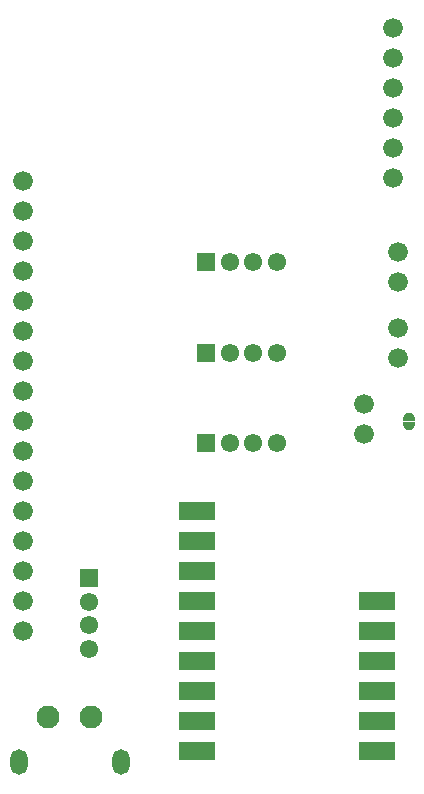
<source format=gts>
G04 DesignSpark PCB Gerber Version 12.0 Build 5942*
%FSLAX35Y35*%
%MOMM*%
%AMT74*0 Bullet Pad at angle 0*4,1,28,-0.47620,-0.37620,0.47620,-0.37620,0.47620,-0.10000,0.47240,-0.04030,0.46120,0.01840,0.44270,0.07530,0.41720,0.12940,0.38520,0.17990,0.34710,0.22600,0.30350,0.26690,0.25510,0.30200,0.20270,0.33080,0.14710,0.35280,0.08920,0.36770,0.02990,0.37520,-0.02990,0.37520,-0.08920,0.36770,-0.14710,0.35280,-0.20270,0.33080,-0.25510,0.30200,-0.30350,0.26690,-0.34710,0.22600,-0.38520,0.17990,-0.41720,0.12940,-0.44270,0.07530,-0.46120,0.01840,-0.47240,-0.04030,-0.47620,-0.10000,-0.47620,-0.37620,0*%
%ADD74T74*%
%ADD29O,1.45240X2.15240*%
%ADD24R,1.55240X1.57240*%
%ADD73C,0.95240*%
%ADD25C,1.55240*%
%ADD27C,1.67640*%
%ADD28C,1.95240*%
%ADD26R,3.15240X1.50240*%
%AMT72*0 Bullet Pad at angle 180*4,1,28,0.47620,0.37620,-0.47620,0.37620,-0.47620,0.10000,-0.47240,0.04030,-0.46120,-0.01840,-0.44270,-0.07530,-0.41720,-0.12940,-0.38520,-0.17990,-0.34710,-0.22600,-0.30350,-0.26690,-0.25510,-0.30200,-0.20270,-0.33080,-0.14710,-0.35280,-0.08920,-0.36770,-0.02990,-0.37520,0.02990,-0.37520,0.08920,-0.36770,0.14710,-0.35280,0.20270,-0.33080,0.25510,-0.30200,0.30350,-0.26690,0.34710,-0.22600,0.38520,-0.17990,0.41720,-0.12940,0.44270,-0.07530,0.46120,-0.01840,0.47240,0.04030,0.47620,0.10000,0.47620,0.37620,0*%
%ADD72T72*%
%ADD75R,1.57240X1.55240*%
X0Y0D02*
D02*
D24*
X2885240Y4715240D03*
Y5480240D03*
Y6245240D03*
D02*
D25*
X1895240Y2970240D03*
Y3170240D03*
Y3370240D03*
X3085240Y4715240D03*
Y5480240D03*
Y6245240D03*
X3285240Y4715240D03*
Y5480240D03*
Y6245240D03*
X3485240Y4715240D03*
Y5480240D03*
Y6245240D03*
D02*
D26*
X2810240Y2108240D03*
Y2362240D03*
Y2616240D03*
Y2870240D03*
Y3124240D03*
Y3378240D03*
Y3632240D03*
Y3886240D03*
Y4140240D03*
X4334240Y2108240D03*
Y2362240D03*
Y2616240D03*
Y2870240D03*
Y3124240D03*
Y3378240D03*
D02*
D27*
X1335240Y3120240D03*
Y3374240D03*
Y3628240D03*
Y3882240D03*
Y4136240D03*
Y4390240D03*
Y4644240D03*
Y4898240D03*
Y5152240D03*
Y5406240D03*
Y5660240D03*
Y5914240D03*
Y6168240D03*
Y6422240D03*
Y6676240D03*
Y6930240D03*
X4220240Y4790240D03*
Y5044240D03*
X4470240Y6955240D03*
Y7209240D03*
Y7463240D03*
Y7717240D03*
Y7971240D03*
Y8225240D03*
X4510240Y5430240D03*
Y5684240D03*
Y6075240D03*
Y6329240D03*
D02*
D28*
X1550240Y2390240D03*
X1910240D03*
D02*
D29*
X1298240Y2010240D03*
X2162240D03*
D02*
D72*
X4600240Y4860240D03*
D02*
D74*
Y4935240D03*
D02*
D75*
X1895240Y3570240D03*
X0Y0D02*
M02*

</source>
